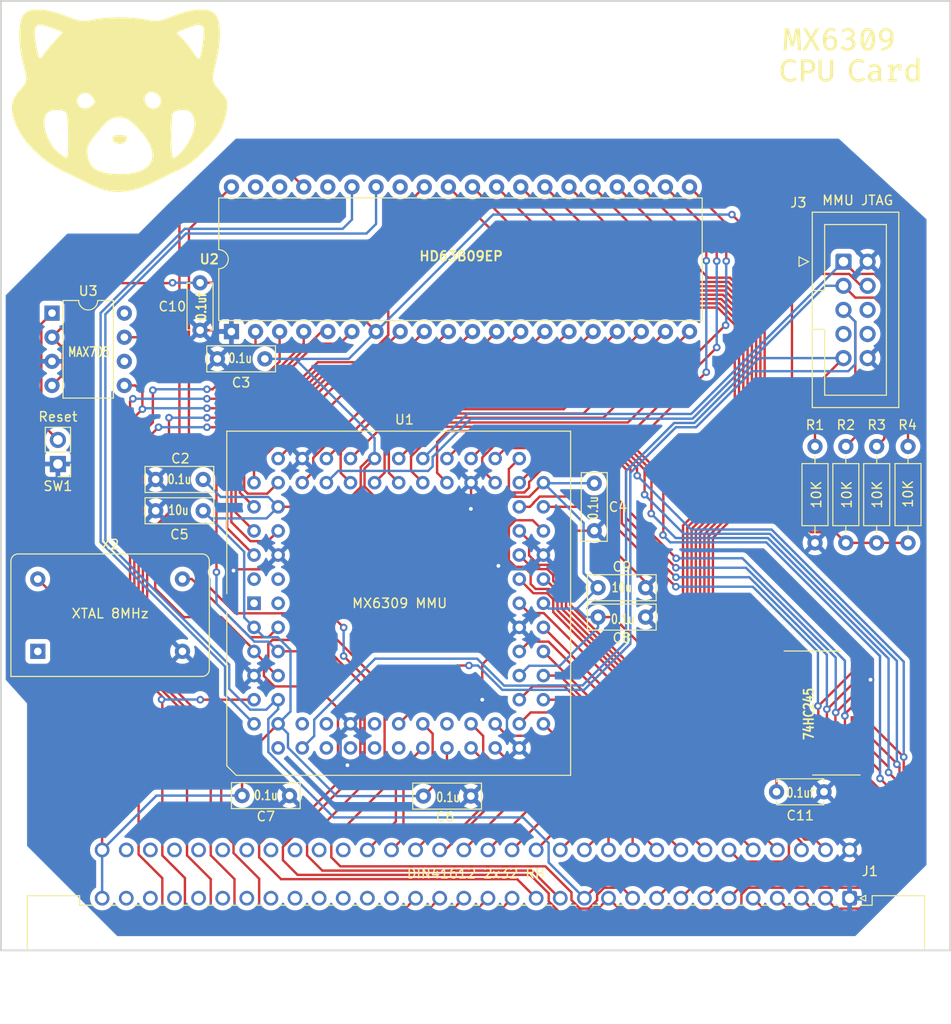
<source format=kicad_pcb>
(kicad_pcb (version 20221018) (generator pcbnew)

  (general
    (thickness 1.6)
  )

  (paper "A4")
  (layers
    (0 "F.Cu" signal)
    (31 "B.Cu" signal)
    (32 "B.Adhes" user "B.Adhesive")
    (33 "F.Adhes" user "F.Adhesive")
    (34 "B.Paste" user)
    (35 "F.Paste" user)
    (36 "B.SilkS" user "B.Silkscreen")
    (37 "F.SilkS" user "F.Silkscreen")
    (38 "B.Mask" user)
    (39 "F.Mask" user)
    (40 "Dwgs.User" user "User.Drawings")
    (41 "Cmts.User" user "User.Comments")
    (42 "Eco1.User" user "User.Eco1")
    (43 "Eco2.User" user "User.Eco2")
    (44 "Edge.Cuts" user)
    (45 "Margin" user)
    (46 "B.CrtYd" user "B.Courtyard")
    (47 "F.CrtYd" user "F.Courtyard")
    (48 "B.Fab" user)
    (49 "F.Fab" user)
    (50 "User.1" user)
    (51 "User.2" user)
    (52 "User.3" user)
    (53 "User.4" user)
    (54 "User.5" user)
    (55 "User.6" user)
    (56 "User.7" user)
    (57 "User.8" user)
    (58 "User.9" user)
  )

  (setup
    (stackup
      (layer "F.SilkS" (type "Top Silk Screen"))
      (layer "F.Paste" (type "Top Solder Paste"))
      (layer "F.Mask" (type "Top Solder Mask") (thickness 0.01))
      (layer "F.Cu" (type "copper") (thickness 0.035))
      (layer "dielectric 1" (type "core") (thickness 1.51) (material "FR4") (epsilon_r 4.5) (loss_tangent 0.02))
      (layer "B.Cu" (type "copper") (thickness 0.035))
      (layer "B.Mask" (type "Bottom Solder Mask") (thickness 0.01))
      (layer "B.Paste" (type "Bottom Solder Paste"))
      (layer "B.SilkS" (type "Bottom Silk Screen"))
      (copper_finish "None")
      (dielectric_constraints no)
    )
    (pad_to_mask_clearance 0)
    (pcbplotparams
      (layerselection 0x00010fc_ffffffff)
      (plot_on_all_layers_selection 0x0000000_00000000)
      (disableapertmacros false)
      (usegerberextensions false)
      (usegerberattributes true)
      (usegerberadvancedattributes true)
      (creategerberjobfile true)
      (dashed_line_dash_ratio 12.000000)
      (dashed_line_gap_ratio 3.000000)
      (svgprecision 4)
      (plotframeref false)
      (viasonmask false)
      (mode 1)
      (useauxorigin false)
      (hpglpennumber 1)
      (hpglpenspeed 20)
      (hpglpendiameter 15.000000)
      (dxfpolygonmode true)
      (dxfimperialunits true)
      (dxfusepcbnewfont true)
      (psnegative false)
      (psa4output false)
      (plotreference true)
      (plotvalue true)
      (plotinvisibletext false)
      (sketchpadsonfab false)
      (subtractmaskfromsilk false)
      (outputformat 1)
      (mirror false)
      (drillshape 0)
      (scaleselection 1)
      (outputdirectory "../../output/cpu/")
    )
  )

  (net 0 "")
  (net 1 "VCC")
  (net 2 "GND")
  (net 3 "unconnected-(U1-GCLR1-Pad1)")
  (net 4 "unconnected-(U1-GCLK2-Pad2)")
  (net 5 "~{RES}")
  (net 6 "R{slash}~{W}")
  (net 7 "IOSEL")
  (net 8 "~{FIRQ}")
  (net 9 "CLK^{E}")
  (net 10 "CLK^{Q}")
  (net 11 "unconnected-(U1-NC-Pad12)")
  (net 12 "unconnected-(U1-NC-Pad15)")
  (net 13 "unconnected-(U1-NC-Pad16)")
  (net 14 "unconnected-(U1-NC-Pad17)")
  (net 15 "unconnected-(U1-NC-Pad18)")
  (net 16 "unconnected-(U1-NC-Pad20)")
  (net 17 "unconnected-(U1-NC-Pad21)")
  (net 18 "unconnected-(U1-NC-Pad22)")
  (net 19 "unconnected-(U1-NC-Pad27)")
  (net 20 "CLK^{MMU}")
  (net 21 "unconnected-(U1-GOE1-Pad84)")
  (net 22 "~{NMI}")
  (net 23 "~{IRQ}")
  (net 24 "B^{STAT}")
  (net 25 "B^{AVAIL}")
  (net 26 "unconnected-(U2-BUSY-Pad33)")
  (net 27 "unconnected-(U2-AVMA-Pad36)")
  (net 28 "unconnected-(U2-LIC-Pad38)")
  (net 29 "unconnected-(U2-TSC-Pad39)")
  (net 30 "~{HALT}")
  (net 31 "unconnected-(X2-EN-Pad1)")
  (net 32 "unconnected-(J1-Pad22)")
  (net 33 "unconnected-(J1-Pad23)")
  (net 34 "unconnected-(J1-Pad24)")
  (net 35 "unconnected-(J1-Pad25)")
  (net 36 "unconnected-(J1-Pad26)")
  (net 37 "unconnected-(J1-Pad27)")
  (net 38 "unconnected-(J1-Pad28)")
  (net 39 "unconnected-(J1-Pad29)")
  (net 40 "unconnected-(J1-Pad30)")
  (net 41 "unconnected-(J1-Pad31)")
  (net 42 "unconnected-(J1-Pad34)")
  (net 43 "unconnected-(J1-Pad35)")
  (net 44 "unconnected-(J1-i^{2}C^{SDA}-Pad36)")
  (net 45 "unconnected-(J1-i^{2}C^{SCL}-Pad37)")
  (net 46 "unconnected-(J1-SPI^{~{CS}A2}-Pad38)")
  (net 47 "unconnected-(J1-SPI^{~{CS}A1}-Pad39)")
  (net 48 "unconnected-(J1-SPI^{~{CS}A0}-Pad40)")
  (net 49 "unconnected-(J1-SPI^{CLK}-Pad41)")
  (net 50 "unconnected-(J1-SPI^{MISO}-Pad42)")
  (net 51 "unconnected-(J1-SPI^{MOSI}-Pad43)")
  (net 52 "unconnected-(J1-CON^{TX}-Pad44)")
  (net 53 "unconnected-(J1-CON^{RX}-Pad45)")
  (net 54 "/JTAG.TDI")
  (net 55 "/JTAG.TDO")
  (net 56 "DATA^{BUS}0")
  (net 57 "DATA^{BUS}1")
  (net 58 "DATA^{BUS}2")
  (net 59 "DATA^{BUS}3")
  (net 60 "DATA^{BUS}4")
  (net 61 "DATA^{BUS}5")
  (net 62 "DATA^{BUS}6")
  (net 63 "DATA^{BUS}7")
  (net 64 "ADDR^{BUS}19")
  (net 65 "ADDR^{BUS}18")
  (net 66 "ADDR^{BUS}17")
  (net 67 "ADDR^{BUS}16")
  (net 68 "ADDR^{BUS}15")
  (net 69 "ADDR^{BUS}14")
  (net 70 "ADDR^{BUS}13")
  (net 71 "ADDR^{BUS}12")
  (net 72 "ADDR^{BUS}11")
  (net 73 "ADDR^{BUS}10")
  (net 74 "ADDR^{BUS}9")
  (net 75 "ADDR^{BUS}8")
  (net 76 "ADDR^{BUS}7")
  (net 77 "ADDR^{BUS}6")
  (net 78 "ADDR^{BUS}5")
  (net 79 "ADDR^{BUS}4")
  (net 80 "ADDR^{BUS}3")
  (net 81 "ADDR^{BUS}2")
  (net 82 "ADDR^{BUS}1")
  (net 83 "ADDR^{BUS}0")
  (net 84 "/JTAG.TMS")
  (net 85 "/JTAG.TCK")
  (net 86 "ADDR^{MPU}15")
  (net 87 "ADDR^{MPU}14")
  (net 88 "ADDR^{MPU}13")
  (net 89 "ADDR^{MPU}12")
  (net 90 "ADDR^{MPU}11")
  (net 91 "ADDR^{MPU}10")
  (net 92 "ADDR^{MPU}9")
  (net 93 "ADDR^{MPU}8")
  (net 94 "ADDR^{MPU}7")
  (net 95 "ADDR^{MPU}6")
  (net 96 "ADDR^{MPU}5")
  (net 97 "ADDR^{MPU}4")
  (net 98 "ADDR^{MPU}3")
  (net 99 "ADDR^{MPU}2")
  (net 100 "ADDR^{MPU}1")
  (net 101 "ADDR^{MPU}0")
  (net 102 "DATA^{MPU}7")
  (net 103 "DATA^{MPU}6")
  (net 104 "DATA^{MPU}5")
  (net 105 "DATA^{MPU}4")
  (net 106 "DATA^{MPU}3")
  (net 107 "DATA^{MPU}2")
  (net 108 "DATA^{MPU}1")
  (net 109 "DATA^{MPU}0")
  (net 110 "unconnected-(U1-GLCK1-Pad83)")
  (net 111 "Net-(U3-~{MR})")
  (net 112 "unconnected-(U3-WDI-Pad6)")
  (net 113 "unconnected-(U3-~{WDO}-Pad8)")
  (net 114 "unconnected-(J3-NC-Pad6)")
  (net 115 "unconnected-(J3-NC-Pad7)")
  (net 116 "unconnected-(J3-NC-Pad8)")

  (footprint "Connector_PinHeader_2.54mm:PinHeader_1x02_P2.54mm_Vertical" (layer "F.Cu") (at 63.5 114.775 180))

  (footprint "Package_LCC:PLCC-84_THT-Socket" (layer "F.Cu") (at 84.16 129.44 90))

  (footprint "Package_SO:SO-20_12.8x7.5mm_P1.27mm" (layer "F.Cu") (at 143 141 180))

  (footprint "Capacitor_THT:C_Disc_D7.0mm_W2.5mm_P5.00mm" (layer "F.Cu") (at 102 149.75))

  (footprint "Capacitor_THT:C_Disc_D7.0mm_W2.5mm_P5.00mm" (layer "F.Cu") (at 78.8 119.7 180))

  (footprint "Package_DIP:DIP-8_W7.62mm" (layer "F.Cu") (at 62.88 98.88))

  (footprint "Capacitor_THT:C_Disc_D4.7mm_W2.5mm_P5.00mm" (layer "F.Cu") (at 78.475 100.685 90))

  (footprint "card_bus:DIN41612_R_2x32_Male_Horizontal_THT" (layer "F.Cu") (at 106.258254 119.325903 -90))

  (footprint "Capacitor_THT:C_Disc_D7.0mm_W2.5mm_P5.00mm" (layer "F.Cu") (at 85.3 103.7 180))

  (footprint "Capacitor_THT:C_Disc_D7.0mm_W2.5mm_P5.00mm" (layer "F.Cu") (at 78.8 116.4 180))

  (footprint "Connector_IDC:IDC-Header_2x05_P2.54mm_Vertical" (layer "F.Cu") (at 146.25 93.46))

  (footprint "Capacitor_THT:C_Disc_D7.0mm_W2.5mm_P5.00mm" (layer "F.Cu") (at 82.9 149.7))

  (footprint "Package_DIP:DIP-40_W15.24mm" (layer "F.Cu") (at 81.775 100.825 90))

  (footprint "Capacitor_THT:C_Disc_D4.7mm_W2.5mm_P5.00mm" (layer "F.Cu") (at 144.2 149.3 180))

  (footprint "Oscillator:Oscillator_DIP-14" (layer "F.Cu") (at 61.38 134.51))

  (footprint "Capacitor_THT:C_Disc_D7.0mm_W2.5mm_P5.00mm" (layer "F.Cu") (at 120.4 127.8))

  (footprint "Resistor_THT:R_Axial_DIN0207_L6.3mm_D2.5mm_P10.16mm_Horizontal" (layer "F.Cu") (at 149.75 123.08 90))

  (footprint "Resistor_THT:R_Axial_DIN0207_L6.3mm_D2.5mm_P10.16mm_Horizontal" (layer "F.Cu") (at 153.05 123.08 90))

  (footprint "Resistor_THT:R_Axial_DIN0207_L6.3mm_D2.5mm_P10.16mm_Horizontal" (layer "F.Cu") (at 146.5 123.08 90))

  (footprint "Capacitor_THT:C_Disc_D7.0mm_W2.5mm_P5.00mm" (layer "F.Cu") (at 120 116.8 -90))

  (footprint "Capacitor_THT:C_Disc_D7.0mm_W2.5mm_P5.00mm" (layer "F.Cu") (at 120.4 130.9))

  (footprint "Resistor_THT:R_Axial_DIN0207_L6.3mm_D2.5mm_P10.16mm_Horizontal" (layer "F.Cu") (at 143.25 123.08 90))

  (gr_poly
    (pts
      (xy 148.838335 68.867949)
      (xy 148.854326 68.868646)
      (xy 148.870287 68.869706)
      (xy 148.886212 68.871127)
      (xy 148.902095 68.872908)
      (xy 148.917928 68.875049)
      (xy 148.933708 68.877548)
      (xy 148.949426 68.880404)
      (xy 148.965078 68.883616)
      (xy 148.980656 68.887183)
      (xy 148.996156 68.891104)
      (xy 149.01157 68.895378)
      (xy 149.026894 68.900005)
      (xy 149.04212 68.904982)
      (xy 149.057242 68.910309)
      (xy 149.078898 68.918996)
      (xy 149.100079 68.928486)
      (xy 149.120783 68.93878)
      (xy 149.141011 68.949877)
      (xy 149.160764 68.961778)
      (xy 149.180041 68.974482)
      (xy 149.198841 68.98799)
      (xy 149.217166 69.002302)
      (xy 149.235015 69.017417)
      (xy 149.252388 69.033335)
      (xy 149.269285 69.050058)
      (xy 149.285706 69.067584)
      (xy 149.301651 69.085913)
      (xy 149.31712 69.105046)
      (xy 149.332113 69.124983)
      (xy 149.34663 69.145723)
      (xy 149.350959 69.152209)
      (xy 149.355225 69.158736)
      (xy 149.359426 69.165305)
      (xy 149.363563 69.171916)
      (xy 149.381795 69.203235)
      (xy 149.398945 69.235122)
      (xy 149.415003 69.267552)
      (xy 149.429954 69.300494)
      (xy 149.443788 69.333922)
      (xy 149.456491 69.367806)
      (xy 149.468052 69.402118)
      (xy 149.478458 69.43683)
      (xy 149.495583 69.50076)
      (xy 149.510444 69.567832)
      (xy 149.523042 69.638046)
      (xy 149.533376 69.711402)
      (xy 149.541447 69.787901)
      (xy 149.547254 69.867542)
      (xy 149.550798 69.950325)
      (xy 149.552079 70.036251)
      (xy 149.552079 70.041735)
      (xy 149.55195 70.082466)
      (xy 149.551217 70.123183)
      (xy 149.549881 70.163881)
      (xy 149.547941 70.204553)
      (xy 149.545397 70.245191)
      (xy 149.542252 70.28579)
      (xy 149.538504 70.326342)
      (xy 149.534154 70.36684)
      (xy 149.528774 70.408378)
      (xy 149.522691 70.448938)
      (xy 149.515903 70.488518)
      (xy 149.508411 70.52712)
      (xy 149.500214 70.564743)
      (xy 149.491313 70.601387)
      (xy 149.481708 70.637053)
      (xy 149.471398 70.67174)
      (xy 149.460384 70.705448)
      (xy 149.448665 70.738177)
      (xy 149.436242 70.769927)
      (xy 149.423115 70.800699)
      (xy 149.409284 70.830492)
      (xy 149.394748 70.859307)
      (xy 149.379508 70.887142)
      (xy 149.363563 70.913999)
      (xy 149.354239 70.929142)
      (xy 149.344517 70.944004)
      (xy 149.334403 70.958578)
      (xy 149.323903 70.972857)
      (xy 149.313025 70.986832)
      (xy 149.301776 71.000498)
      (xy 149.290162 71.013847)
      (xy 149.27819 71.026871)
      (xy 149.265867 71.039564)
      (xy 149.2532 71.051918)
      (xy 149.240195 71.063926)
      (xy 149.22686 71.075581)
      (xy 149.213202 71.086875)
      (xy 149.199226 71.097801)
      (xy 149.18494 71.108352)
      (xy 149.170352 71.118521)
      (xy 149.151078 71.130704)
      (xy 149.13134 71.142101)
      (xy 149.111138 71.152712)
      (xy 149.090472 71.162537)
      (xy 149.069342 71.171576)
      (xy 149.047748 71.179829)
      (xy 149.02569 71.187296)
      (xy 149.003168 71.193977)
      (xy 148.980181 71.199872)
      (xy 148.956731 71.204981)
      (xy 148.932817 71.209304)
      (xy 148.908439 71.212841)
      (xy 148.883597 71.215592)
      (xy 148.85829 71.217557)
      (xy 148.83252 71.218736)
      (xy 148.806285 71.219129)
      (xy 148.763378 71.218057)
      (xy 148.72172 71.214838)
      (xy 148.681312 71.209474)
      (xy 148.642153 71.201964)
      (xy 148.604243 71.192309)
      (xy 148.567583 71.180508)
      (xy 148.549722 71.173803)
      (xy 148.532173 71.166562)
      (xy 148.514936 71.158784)
      (xy 148.498012 71.15047)
      (xy 148.4814 71.141619)
      (xy 148.465101 71.132232)
      (xy 148.449114 71.122309)
      (xy 148.433439 71.111849)
      (xy 148.418077 71.100852)
      (xy 148.403027 71.08932)
      (xy 148.388289 71.07725)
      (xy 148.373864 71.064645)
      (xy 148.345951 71.037825)
      (xy 148.319287 71.008859)
      (xy 148.293873 70.977747)
      (xy 148.269708 70.94449)
      (xy 148.264601 70.936952)
      (xy 148.25958 70.929358)
      (xy 148.254646 70.921706)
      (xy 148.2498 70.913998)
      (xy 148.231495 70.882599)
      (xy 148.214276 70.850626)
      (xy 148.198154 70.818109)
      (xy 148.183142 70.785077)
      (xy 148.169253 70.751557)
      (xy 148.156498 70.717578)
      (xy 148.146624 70.688309)
      (xy 148.387912 70.688309)
      (xy 148.490438 70.881786)
      (xy 148.506801 70.848648)
      (xy 148.512531 70.856518)
      (xy 148.517608 70.863081)
      (xy 148.522768 70.869476)
      (xy 148.528011 70.875703)
      (xy 148.533338 70.881761)
      (xy 148.538748 70.88765)
      (xy 148.544241 70.893371)
      (xy 148.549817 70.898924)
      (xy 148.555476 70.904308)
      (xy 148.561219 70.909524)
      (xy 148.567045 70.914571)
      (xy 148.572953 70.91945)
      (xy 148.578946 70.92416)
      (xy 148.585021 70.928702)
      (xy 148.591179 70.933076)
      (xy 148.597421 70.93728)
      (xy 148.603746 70.941317)
      (xy 148.611281 70.945806)
      (xy 148.618918 70.950099)
      (xy 148.626653 70.954194)
      (xy 148.634483 70.95809)
      (xy 148.642403 70.961786)
      (xy 148.65041 70.96528)
      (xy 148.658499 70.968571)
      (xy 148.666668 70.971658)
      (xy 148.674911 70.974538)
      (xy 148.683225 70.97721)
      (xy 148.691607 70.979674)
      (xy 148.700051 70.981928)
      (xy 148.708555 70.983969)
      (xy 148.717115 70.985798)
      (xy 148.725726 70.987412)
      (xy 148.734384 70.98881)
      (xy 148.743316 70.990105)
      (xy 148.752269 70.991224)
      (xy 148.761241 70.992167)
      (xy 148.770228 70.992934)
      (xy 148.779229 70.993524)
      (xy 148.78824 70.993937)
      (xy 148.79726 70.994174)
      (xy 148.806285 70.994234)
      (xy 148.823904 70.993853)
      (xy 148.841206 70.992709)
      (xy 148.858192 70.990804)
      (xy 148.874862 70.988136)
      (xy 148.891215 70.984706)
      (xy 148.907252 70.980514)
      (xy 148.922973 70.975559)
      (xy 148.938378 70.969842)
      (xy 148.953466 70.963363)
      (xy 148.968239 70.956122)
      (xy 148.982694 70.948119)
      (xy 148.996834 70.939353)
      (xy 149.010657 70.929825)
      (xy 149.024164 70.919535)
      (xy 149.037355 70.908483)
      (xy 149.05023 70.896668)
      (xy 149.062751 70.88403)
      (xy 149.074898 70.870507)
      (xy 149.086671 70.856098)
      (xy 149.09807 70.840804)
      (xy 149.109095 70.824625)
      (xy 149.119745 70.807561)
      (xy 149.130022 70.789611)
      (xy 149.139924 70.770776)
      (xy 149.149452 70.751056)
      (xy 149.158606 70.730451)
      (xy 149.167386 70.708961)
      (xy 149.175791 70.686585)
      (xy 149.183823 70.663324)
      (xy 149.19148 70.639178)
      (xy 149.198764 70.614147)
      (xy 149.205673 70.588231)
      (xy 149.210687 70.56749)
      (xy 149.215402 70.546682)
      (xy 149.219816 70.525811)
      (xy 149.223929 70.50488)
      (xy 149.22774 70.483892)
      (xy 149.231249 70.46285)
      (xy 149.234455 70.441758)
      (xy 149.237358 70.420618)
      (xy 149.24252 70.378857)
      (xy 149.246994 70.335496)
      (xy 149.25078 70.290535)
      (xy 149.253877 70.243975)
      (xy 149.256286 70.195814)
      (xy 149.258007 70.146054)
      (xy 149.25904 70.094694)
      (xy 149.259384 70.041734)
      (xy 149.259142 69.99155)
      (xy 149.258288 69.941436)
      (xy 149.256822 69.891377)
      (xy 149.254743 69.841361)
      (xy 149.251896 69.791306)
      (xy 149.248369 69.743091)
      (xy 149.244161 69.696738)
      (xy 149.239275 69.652267)
      (xy 149.236777 69.631978)
      (xy 149.234027 69.611724)
      (xy 149.231023 69.591507)
      (xy 149.227766 69.57133)
      (xy 149.224257 69.551195)
      (xy 149.220497 69.531106)
      (xy 149.216485 69.511063)
      (xy 149.212222 69.49107)
      (xy 149.206128 69.465267)
      (xy 149.200517 69.443794)
      (xy 148.506801 70.848648)
      (xy 148.505512 70.846877)
      (xy 148.49873 70.837073)
      (xy 148.492189 70.827112)
      (xy 148.485891 70.816997)
      (xy 148.479839 70.806733)
      (xy 148.474036 70.796325)
      (xy 148.468484 70.785776)
      (xy 148.463186 70.775092)
      (xy 148.459161 70.766666)
      (xy 148.455256 70.758185)
      (xy 148.451469 70.749652)
      (xy 148.447803 70.741067)
      (xy 148.444256 70.732431)
      (xy 148.440831 70.723747)
      (xy 148.437528 70.715014)
      (xy 148.434347 70.706235)
      (xy 148.430155 70.694156)
      (xy 148.426078 70.681798)
      (xy 148.422118 70.669161)
      (xy 148.418273 70.656245)
      (xy 148.414544 70.64305)
      (xy 148.413099 70.63766)
      (xy 148.387912 70.688309)
      (xy 148.146624 70.688309)
      (xy 148.14489 70.683169)
      (xy 148.134442 70.648357)
      (xy 148.11724 70.584242)
      (xy 148.102311 70.516978)
      (xy 148.089657 70.446566)
      (xy 148.079276 70.373003)
      (xy 148.071169 70.296291)
      (xy 148.065336 70.216428)
      (xy 148.061777 70.133414)
      (xy 148.060491 70.047249)
      (xy 148.06049 70.041734)
      (xy 148.35484 70.041734)
      (xy 148.355029 70.08727)
      (xy 148.355711 70.132761)
      (xy 148.356884 70.178215)
      (xy 148.35855 70.223639)
      (xy 148.360745 70.267464)
      (xy 148.363439 70.309906)
      (xy 148.36663 70.350951)
      (xy 148.370318 70.390587)
      (xy 148.372702 70.41297)
      (xy 148.375326 70.435325)
      (xy 148.378191 70.457651)
      (xy 148.381297 70.479946)
      (xy 148.38357 70.495279)
      (xy 148.386007 70.510586)
      (xy 148.388608 70.525864)
      (xy 148.391371 70.541113)
      (xy 148.394298 70.556331)
      (xy 148.397387 70.571517)
      (xy 148.400638 70.586671)
      (xy 148.404051 70.60179)
      (xy 148.407433 70.615822)
      (xy 148.410931 70.629576)
      (xy 148.413099 70.63766)
      (xy 149.109407 69.237409)
      (xy 149.111812 69.240679)
      (xy 149.122453 69.256608)
      (xy 149.132681 69.273434)
      (xy 149.142495 69.291159)
      (xy 149.151896 69.30978)
      (xy 149.160884 69.3293)
      (xy 149.169458 69.349717)
      (xy 149.177619 69.371032)
      (xy 149.185366 69.393244)
      (xy 149.1927 69.416354)
      (xy 149.199621 69.440362)
      (xy 149.200517 69.443794)
      (xy 149.214735 69.415002)
      (xy 149.141975 69.171916)
      (xy 149.109407 69.237409)
      (xy 149.100758 69.225647)
      (xy 149.08929 69.211514)
      (xy 149.077408 69.198277)
      (xy 149.065114 69.185939)
      (xy 149.055103 69.176853)
      (xy 149.04477 69.168194)
      (xy 149.034127 69.159969)
      (xy 149.02319 69.152185)
      (xy 149.011972 69.144848)
      (xy 149.000488 69.137966)
      (xy 148.98875 69.131544)
      (xy 148.976775 69.125589)
      (xy 148.964575 69.120109)
      (xy 148.952165 69.11511)
      (xy 148.939559 69.110598)
      (xy 148.926772 69.10658)
      (xy 148.913816 69.103063)
      (xy 148.900707 69.100053)
      (xy 148.887458 69.097558)
      (xy 148.874084 69.095584)
      (xy 148.865654 69.094462)
      (xy 148.857206 69.093492)
      (xy 148.848744 69.092675)
      (xy 148.84027 69.092011)
      (xy 148.831784 69.0915)
      (xy 148.82329 69.091143)
      (xy 148.81479 69.090938)
      (xy 148.806285 69.090887)
      (xy 148.786638 69.091277)
      (xy 148.767164 69.092799)
      (xy 148.747908 69.095432)
      (xy 148.728912 69.099156)
      (xy 148.710221 69.103949)
      (xy 148.691877 69.10979)
      (xy 148.673924 69.11666)
      (xy 148.656405 69.124535)
      (xy 148.639363 69.133397)
      (xy 148.622842 69.143222)
      (xy 148.606884 69.153992)
      (xy 148.591534 69.165684)
      (xy 148.576834 69.178278)
      (xy 148.562828 69.191753)
      (xy 148.549559 69.206087)
      (xy 148.537071 69.221261)
      (xy 148.528405 69.232082)
      (xy 148.520011 69.243109)
      (xy 148.511893 69.254334)
      (xy 148.504053 69.265754)
      (xy 148.496496 69.277363)
      (xy 148.489226 69.289155)
      (xy 148.482244 69.301126)
      (xy 148.475556 69.31327)
      (xy 148.460938 69.342183)
      (xy 148.447263 69.373313)
      (xy 148.434531 69.406657)
      (xy 148.422743 69.442217)
      (xy 148.411897 69.479992)
      (xy 148.401994 69.519983)
      (xy 148.393035 69.562189)
      (xy 148.385019 69.60661)
      (xy 148.377946 69.653246)
      (xy 148.371815 69.702099)
      (xy 148.366629 69.753166)
      (xy 148.362385 69.806449)
      (xy 148.359084 69.861947)
      (xy 148.356726 69.91966)
      (xy 148.355311 69.979589)
      (xy 148.35484 70.041734)
      (xy 148.06049 70.041734)
      (xy 148.061675 69.953906)
      (xy 148.065228 69.869349)
      (xy 148.07115 69.788062)
      (xy 148.079441 69.710045)
      (xy 148.090101 69.635298)
      (xy 148.103129 69.563822)
      (xy 148.110532 69.52931)
      (xy 148.118527 69.495615)
      (xy 148.127114 69.462738)
      (xy 148.136293 69.430678)
      (xy 148.146681 69.396774)
      (xy 148.158181 69.363261)
      (xy 148.170781 69.330167)
      (xy 148.184469 69.297518)
      (xy 148.199234 69.265342)
      (xy 148.215062 69.233665)
      (xy 148.231944 69.202514)
      (xy 148.249866 69.171916)
      (xy 148.274224 69.135071)
      (xy 148.299972 69.100602)
      (xy 148.327108 69.068511)
      (xy 148.355633 69.038797)
      (xy 148.385548 69.011461)
      (xy 148.416852 68.986501)
      (xy 148.449544 68.963918)
      (xy 148.483626 68.943713)
      (xy 148.519097 68.925884)
      (xy 148.555957 68.910433)
      (xy 148.594206 68.897359)
      (xy 148.633844 68.886662)
      (xy 148.674871 68.878342)
      (xy 148.717287 68.872399)
      (xy 148.761092 68.868834)
      (xy 148.806286 68.867645)
      (xy 148.82232 68.867615)
    )

    (stroke (width 0.05) (type solid)) (fill solid) (layer "F.SilkS") (tstamp 038bc930-3980-42e6-888d-aca34dee336b))
  (gr_poly
    (pts
      (xy 70.125361 80.128408)
      (xy 70.232163 80.132355)
      (xy 70.281412 80.135391)
      (xy 70.327958 80.139169)
      (xy 70.371849 80.143713)
      (xy 70.413134 80.149046)
      (xy 70.451861 80.155193)
      (xy 70.488078 80.162178)
      (xy 70.521834 80.170026)
      (xy 70.553177 80.17876)
      (xy 70.582156 80.188405)
      (xy 70.60882 80.198984)
      (xy 70.633216 80.210524)
      (xy 70.655393 80.223046)
      (xy 70.6754 80.236577)
      (xy 70.693285 80.251139)
      (xy 70.709096 80.266757)
      (xy 70.722883 80.283456)
      (xy 70.734692 80.301259)
      (xy 70.744574 80.320191)
      (xy 70.752576 80.340277)
      (xy 70.758746 80.361539)
      (xy 70.763134 80.384003)
      (xy 70.765787 80.407693)
      (xy 70.766754 80.432632)
      (xy 70.766084 80.458846)
      (xy 70.763825 80.486358)
      (xy 70.760025 80.515193)
      (xy 70.754733 80.545374)
      (xy 70.747997 80.576927)
      (xy 70.734735 80.634598)
      (xy 70.715079 80.688548)
      (xy 70.689454 80.738777)
      (xy 70.658287 80.785286)
      (xy 70.622003 80.828074)
      (xy 70.58103 80.867141)
      (xy 70.535794 80.902488)
      (xy 70.486721 80.934114)
      (xy 70.434237 80.962019)
      (xy 70.378769 80.986204)
      (xy 70.320743 81.006668)
      (xy 70.260585 81.023411)
      (xy 70.198722 81.036433)
      (xy 70.135579 81.045735)
      (xy 70.071585 81.051316)
      (xy 70.007164 81.053177)
      (xy 69.942742 81.051316)
      (xy 69.878748 81.045735)
      (xy 69.815606 81.036433)
      (xy 69.753742 81.023411)
      (xy 69.693585 81.006668)
      (xy 69.635558 80.986204)
      (xy 69.58009 80.962019)
      (xy 69.527606 80.934114)
      (xy 69.478533 80.902488)
      (xy 69.433297 80.867141)
      (xy 69.392324 80.828074)
      (xy 69.356041 80.785286)
      (xy 69.324873 80.738777)
      (xy 69.299248 80.688548)
      (xy 69.279592 80.634598)
      (xy 69.26633 80.576927)
      (xy 69.254303 80.515193)
      (xy 69.248244 80.458846)
      (xy 69.247573 80.432632)
      (xy 69.248541 80.407693)
      (xy 69.251194 80.384003)
      (xy 69.255582 80.361539)
      (xy 69.261752 80.340277)
      (xy 69.269754 80.320191)
      (xy 69.279635 80.301259)
      (xy 69.291445 80.283456)
      (xy 69.305231 80.266757)
      (xy 69.321043 80.251139)
      (xy 69.338928 80.236577)
      (xy 69.358934 80.223046)
      (xy 69.381112 80.210524)
      (xy 69.405508 80.198984)
      (xy 69.432171 80.188405)
      (xy 69.46115 80.17876)
      (xy 69.52625 80.162178)
      (xy 69.601193 80.149046)
      (xy 69.686369 80.139169)
      (xy 69.782164 80.132355)
      (xy 69.888967 80.128408)
      (xy 70.007164 80.127135)
    )

    (stroke (width 0) (type solid)) (fill solid) (layer "F.SilkS") (tstamp 08fefe7a-6a59-488a-b29f-f9bd4926a601))
  (gr_poly
    (pts
      (xy 154.228288 72.020539)
      (xy 154.228288 74.462973)
      (xy 153.985203 74.462973)
      (xy 153.958745 74.233116)
      (xy 153.947908 74.248307)
      (xy 153.936693 74.263208)
      (xy 153.925104 74.277814)
      (xy 153.913148 74.292116)
      (xy 153.900832 74.306109)
      (xy 153.88816 74.319785)
      (xy 153.875139 74.333138)
      (xy 153.861774 74.34616)
      (xy 153.854618 74.352842)
      (xy 153.847349 74.359393)
      (xy 153.839968 74.365811)
      (xy 153.832477 74.372094)
      (xy 153.824878 74.378241)
      (xy 153.817173 74.384251)
      (xy 153.809364 74.390123)
      (xy 153.801452 74.395855)
      (xy 153.793441 74.401445)
      (xy 153.78533 74.406893)
      (xy 153.777124 74.412198)
      (xy 153.768822 74.417357)
      (xy 153.760428 74.422369)
      (xy 153.751943 74.427234)
      (xy 153.743368 74.43195)
      (xy 153.734707 74.436515)
      (xy 153.718822 74.444324)
      (xy 153.702802 74.45163)
      (xy 153.686647 74.458432)
      (xy 153.670356 74.46473)
      (xy 153.65393 74.470525)
      (xy 153.637368 74.475815)
      (xy 153.620671 74.480602)
      (xy 153.603839 74.484884)
      (xy 153.586871 74.488663)
      (xy 153.569767 74.491938)
      (xy 153.552529 74.494709)
      (xy 153.535154 74.496977)
      (xy 153.517645 74.49874)
      (xy 153.5 74.5)
      (xy 153.48222 74.500755)
      (xy 153.464304 74.501007)
      (xy 153.443129 74.500855)
      (xy 153.421979 74.500095)
      (xy 153.40087 74.498731)
      (xy 153.379812 74.496763)
      (xy 153.358819 74.494193)
      (xy 153.337904 74.491022)
      (xy 153.31708 74.487252)
      (xy 153.29636 74.482883)
      (xy 153.282397 74.479576)
      (xy 153.268547 74.475894)
      (xy 153.254817 74.471841)
      (xy 153.241216 74.46742)
      (xy 153.227749 74.462635)
      (xy 153.214425 74.457489)
      (xy 153.20125 74.451985)
      (xy 153.188231 74.446126)
      (xy 153.175377 74.439917)
      (xy 153.162693 74.43336)
      (xy 153.150187 74.426459)
      (xy 153.137866 74.419217)
      (xy 153.125738 74.411637)
      (xy 153.11381 74.403723)
      (xy 153.102088 74.395478)
      (xy 153.090581 74.386905)
      (xy 153.077506 74.376357)
      (xy 153.064737 74.365475)
      (xy 153.052279 74.354265)
      (xy 153.040138 74.342734)
      (xy 153.028319 74.33089)
      (xy 153.016828 74.31874)
      (xy 153.005671 74.30629)
      (xy 152.994855 74.293548)
      (xy 152.984383 74.28052)
      (xy 152.974263 74.267214)
      (xy 152.964501 74.253636)
      (xy 152.955101 74.239794)
      (xy 152.94607 74.225694)
      (xy 152.937413 74.211344)
      (xy 152.929137 74.19675)
      (xy 152.921246 74.18192)
      (xy 152.914199 74.168173)
      (xy 152.907414 74.1543)
      (xy 152.900893 74.140304)
      (xy 152.894637 74.126189)
      (xy 152.888648 74.111958)
      (xy 152.882927 74.097616)
      (xy 152.877477 74.083166)
      (xy 152.872299 74.068612)
      (xy 152.863125 74.040724)
      (xy 152.854625 74.012636)
      (xy 152.846801 73.984361)
      (xy 152.839657 73.955911)
      (xy 152.833194 73.927298)
      (xy 152.827416 73.898536)
      (xy 152.822327 73.869634)
      (xy 152.817928 73.840608)
      (xy 152.814238 73.813393)
      (xy 152.811007 73.785756)
      (xy 152.808235 73.757698)
      (xy 152.805921 73.729218)
      (xy 152.804067 73.700316)
      (xy 152.802672 73.670993)
      (xy 152.801735 73.641248)
      (xy 152.801258 73.611081)
      (xy 152.801209 73.602943)
      (xy 152.801192 73.594811)
      (xy 152.801192 73.59481)
      (xy 153.103808 73.59481)
      (xy 153.103867 73.614642)
      (xy 153.104151 73.634469)
      (xy 153.104659 73.65429)
      (xy 153.10539 73.674103)
      (xy 153.106346 73.693905)
      (xy 153.107526 73.713697)
      (xy 153.108929 73.733474)
      (xy 153.110556 73.753236)
      (xy 153.112424 73.772358)
      (xy 153.11452 73.791133)
      (xy 153.116847 73.809562)
      (xy 153.119403 73.827644)
      (xy 153.122188 73.845378)
      (xy 153.125203 73.862766)
      (xy 153.128448 73.879807)
      (xy 153.131922 73.8965)
      (xy 153.134024 73.906014)
      (xy 153.136234 73.915502)
      (xy 153.138553 73.924963)
      (xy 153.14098 73.934398)
      (xy 153.143515 73.943803)
      (xy 153.146158 73.95318)
      (xy 153.148907 73.962526)
      (xy 153.151765 73.97184)
      (xy 153.156752 73.987089)
      (xy 153.161973 74.001946)
      (xy 153.167428 74.016411)
      (xy 153.173117 74.030483)
      (xy 153.179041 74.044163)
      (xy 153.185198 74.057451)
      (xy 153.19159 74.070346)
      (xy 153.198216 74.08285)
      (xy 153.205075 74.094961)
      (xy 153.212169 74.10668)
      (xy 153.219497 74.118006)
      (xy 153.22706 74.128941)
      (xy 153.234856 74.139483)
      (xy 153.242886 74.149633)
      (xy 153.251151 74.159391)
      (xy 153.259649 74.168757)
      (xy 153.263609 74.17291)
      (xy 153.267638 74.176995)
      (xy 153.271733 74.181012)
      (xy 153.275894 74.18496)
      (xy 153.280121 74.188838)
      (xy 153.284412 74.192645)
      (xy 153.288767 74.19638)
      (xy 153.293184 74.200043)
      (xy 153.305024 74.209255)
      (xy 153.317193 74.217872)
      (xy 153.329692 74.225895)
      (xy 153.342521 74.233323)
      (xy 153.355679 74.240157)
      (xy 153.369167 74.246397)
      (xy 153.382985 74.252043)
      (xy 153.397133 74.257094)
      (xy 153.41161 74.261551)
      (xy 153.426417 74.265414)
      (xy 153.441553 74.268683)
      (xy 153.45702 74.271357)
      (xy 153.472816 74.273437)
      (xy 153.488941 74.274923)
      (xy 153.505396 74.275814)
      (xy 153.522181 74.276111)
      (xy 153.539187 74.275931)
      (xy 153.556153 74.27509)
      (xy 153.57306 74.273591)
      (xy 153.589891 74.271438)
      (xy 153.606625 74.268633)
      (xy 153.623244 74.265179)
      (xy 153.639729 74.261078)
      (xy 153.65606 74.256334)
      (xy 153.664208 74.253632)
      (xy 153.672284 74.250745)
      (xy 153.680285 74.247674)
      (xy 153.688207 74.244421)
      (xy 153.696047 74.240988)
      (xy 153.703803 74.237376)
      (xy 153.711472 74.233586)
      (xy 153.71905 74.229621)
      (xy 153.726534 74.225482)
      (xy 153.733922 74.221171)
      (xy 153.74121 74.216689)
      (xy 153.748395 74.212038)
      (xy 153.755475 74.207219)
      (xy 153.762446 74.202235)
      (xy 153.769305 74.197086)
      (xy 153.776049 74.191775)
      (xy 153.787109 74.182818)
      (xy 153.798009 74.173678)
      (xy 153.808746 74.164356)
      (xy 153.819318 74.154856)
      (xy 153.829724 74.14518)
      (xy 153.83996 74.135329)
      (xy 153.850025 74.125306)
      (xy 153.859917 74.115114)
      (xy 153.869633 74.104754)
      (xy 153.879171 74.094228)
      (xy 153.88853 74.08354)
      (xy 153.897707 74.072691)
      (xy 153.906699 74.061684)
      (xy 153.915505 74.05052)
      (xy 153.924123 74.039203)
      (xy 153.93255 74.027734)
      (xy 153.937132 74.021271)
      (xy 153.941647 74.014762)
      (xy 153.946095 74.008208)
      (xy 153.950476 74.001607)
      (xy 153.950476 73.131789)
      (xy 153.945009 73.123695)
      (xy 153.939402 73.115703)
      (xy 153.933658 73.107815)
      (xy 153.927777 73.100033)
      (xy 153.921763 73.092358)
      (xy 153.915615 73.084792)
      (xy 153.909336 73.077337)
      (xy 153.902926 73.069994)
      (xy 153.896389 73.062766)
      (xy 153.889724 73.055653)
      (xy 153.882934 73.048658)
      (xy 153.87602 73.041782)
      (xy 153.868984 73.035027)
      (xy 153.861827 73.028394)
      (xy 153.85455 73.021886)
      (xy 153.847155 73.015504)
      (xy 153.839035 73.008841)
      (xy 153.830777 73.002355)
      (xy 153.822384 72.996049)
      (xy 153.813858 72.989924)
      (xy 153.805204 72.983983)
      (xy 153.796424 72.978228)
      (xy 153.78752 72.972661)
      (xy 153.778497 72.967284)
      (xy 153.76581 72.960171)
      (xy 153.752969 72.953517)
      (xy 153.739972 72.947322)
      (xy 153.726821 72.941586)
      (xy 153.713514 72.936309)
      (xy 153.700052 72.931491)
      (xy 153.686436 72.927131)
      (xy 153.672664 72.923231)
      (xy 153.658737 72.919789)
      (xy 153.644655 72.916806)
      (xy 153.630418 72.914282)
      (xy 153.616026 72.912217)
      (xy 153.601479 72.910611)
      (xy 153.586777 72.909464)
      (xy 153.57192 72.908776)
      (xy 153.556907 72.908546)
      (xy 153.54738 72.908535)
      (xy 153.537863 72.908727)
      (xy 153.528358 72.909122)
      (xy 153.518869 72.909719)
      (xy 153.499952 72.911519)
      (xy 153.481138 72.914123)
      (xy 153.462451 72.917526)
      (xy 153.443918 72.921725)
      (xy 153.434718 72.924121)
      (xy 153.425565 72.926714)
      (xy 153.416464 72.929505)
      (xy 153.407417 72.932491)
      (xy 153.393252 72.93791)
      (xy 153.379358 72.943878)
      (xy 153.365748 72.950385)
      (xy 153.352437 72.957419)
      (xy 153.339438 72.96497)
      (xy 153.326768 72.973025)
      (xy 153.314439 72.981574)
      (xy 153.302466 72.990605)
      (xy 153.290864 73.000108)
      (xy 153.279646 73.01007)
      (xy 153.268827 73.020481)
      (xy 153.258421 73.031329)
      (xy 153.248443 73.042604)
      (xy 153.238907 73.054293)
      (xy 153.229827 73.066386)
      (xy 153.221218 73.078872)
      (xy 153.210282 73.095835)
      (xy 153.199983 73.113169)
      (xy 153.190329 73.130855)
      (xy 153.181327 73.148874)
      (xy 153.172988 73.16721)
      (xy 153.16532 73.185843)
      (xy 153.158331 73.204756)
      (xy 153.15203 73.22393)
      (xy 153.146556 73.241655)
      (xy 153.141411 73.259872)
      (xy 153.136597 73.278581)
      (xy 153.132112 73.297781)
      (xy 153.127956 73.317474)
      (xy 153.124131 73.337659)
      (xy 153.117469 73.379505)
      (xy 153.112125 73.423318)
      (xy 153.108101 73.469099)
      (xy 153.105395 73.516848)
      (xy 153.104008 73.566565)
      (xy 153.103857 73.580688)
      (xy 153.103808 73.59481)
      (xy 152.801192 73.59481)
      (xy 152.801401 73.563728)
      (xy 152.802278 73.532666)
      (xy 152.80382 73.501637)
      (xy 152.806028 73.470652)
      (xy 152.808901 73.439721)
      (xy 152.812438 73.408856)
      (xy 152.816637 73.378066)
      (xy 152.821498 73.347363)
      (xy 152.826629 73.319273)
      (xy 152.83247 73.291337)
      (xy 152.839017 73.263567)
      (xy 152.846267 73.235978)
      (xy 152.854216 73.208582)
      (xy 152.86286 73.181393)
      (xy 152.872196 73.154424)
      (xy 152.88222 73.127688)
      (xy 152.89263 73.102292)
      (xy 152.903602 73.07758)
      (xy 152.915136 73.053554)
      (xy 152.927233 73.030214)
      (xy 152.939891 73.007558)
      (xy 152.953112 72.985588)
      (xy 152.966896 72.964303)
      (xy 152.981241 72.943703)
      (xy 152.996149 72.923788)
      (xy 153.011619 72.904559)
      (xy 153.027651 72.886015)
      (xy 153.044245 72.868156)
      (xy 153.061402 72.850982)
      (xy 153.079121 72.834494)
      (xy 153.097402 72.818691)
      (xy 153.116245 72.803573)
      (xy 153.132497 72.79155)
      (xy 153.14913 72.780141)
      (xy 153.166128 72.769354)
      (xy 153.183472 72.759195)
      (xy 153.201144 72.749671)
      (xy 153.219127 72.740789)
      (xy 153.237402 72.732556)
      (xy 153.255952 72.72498)
      (xy 153.27476 72.718066)
      (xy 153.293807 72.711822)
      (xy 153.313075 72.706254)
      (xy 153.332547 72.701371)
      (xy 153.352205 72.697177)
      (xy 153.372031 72.693682)
      (xy 153.392007 72.69089)
      (xy 153.412115 72.68881)
      (xy 153.421096 72.687981)
      (xy 153.430086 72.687264)
      (xy 153.439083 72.686658)
      (xy 153.448086 72.686164)
      (xy 153.457096 72.685782)
      (xy 153.466109 72.685511)
      (xy 153.475126 72.685352)
      (xy 153.484146 72.685304)
      (xy 153.500873 72.685414)
      (xy 153.517587 72.685903)
      (xy 153.534281 72.686769)
      (xy 153.550949 72.688013)
      (xy 153.567585 72.689633)
      (xy 153.584182 72.691629)
      (xy 153.600733 72.694001)
      (xy 153.617233 72.696747)
      (xy 153.634181 72.700034)
      (xy 153.651007 72.703842)
      (xy 153.667699 72.708167)
      (xy 153.684245 72.713006)
      (xy 153.700633 72.718355)
      (xy 153.716851 72.724211)
      (xy 153.732888 72.730569)
      (xy 153.748731 72.737427)
      (xy 153.762227 72.743854)
      (xy 153.77554 72.750615)
      (xy 153.788664 72.757705)
      (xy 153.801593 72.765121)
      (xy 153.814321 72.772858)
      (xy 153.826843 72.780911)
      (xy 153.839153 72.789277)
      (xy 153.851244 72.797951)
      (xy 153.863112 72.806928)
      (xy 153.87475 72.816206)
      (xy 153.886152 72.825778)
      (xy 153.897313 72.835642)
      (xy 153.908228 72.845792)
      (xy 153.918889 72.856225)
      (xy 153.929291 72.866936)
      (xy 153.939429 72.877921)
      (xy 153.94222 72.881004)
      (xy 153.944992 72.884105)
      (xy 153.947744 72.887222)
      (xy 153.950476 72.890355)
      (xy 153.950476 72.890356)
      (xy 153.950477 72.890356)
      (xy 153.950476 72.890355)
      (xy 153.950476 71.985812)
    )

    (stroke (width 0.05) (type solid)) (fill solid) (layer "F.SilkS") (tstamp 1b79f638-f568-4130-bfa9-00553dd21736))
  (gr_poly
    (pts
      (xy 143.928627 73.735369)
      (xy 143.928705 73.753273)
      (xy 143.929144 73.771165)
      (xy 143.929944 73.789041)
      (xy 143.931105 73.806896)
      (xy 143.932626 73.824723)
      (xy 143.934506 73.842517)
      (xy 143.936746 73.860273)
      (xy 143.939344 73.877985)
      (xy 143.942697 73.896854)
      (xy 143.946504 73.915234)
      (xy 143.950766 73.933125)
      (xy 143.955483 73.950526)
      (xy 143.960654 73.967437)
      (xy 143.966281 73.983858)
      (xy 143.972362 73.99979)
      (xy 143.978898 74.015232)
      (xy 143.982246 74.022698)
      (xy 143.985748 74.030086)
      (xy 143.989404 74.037393)
      (xy 143.993212 74.044616)
      (xy 143.99717 74.051754)
      (xy 144.001277 74.058805)
      (xy 144.005531 74.065765)
      (xy 144.009932 74.072633)
      (xy 144.014476 74.079406)
      (xy 144.019163 74.086082)
      (xy 144.023992 74.092659)
      (xy 144.028961 74.099135)
      (xy 144.034067 74.105507)
      (xy 144.039311 74.111772)
      (xy 144.04469 74.117929)
      (xy 144.050203 74.123976)
      (xy 144.065782 74.139595)
      (xy 144.082144 74.154207)
      (xy 144.099288 74.16781)
      (xy 144.117213 74.180407)
      (xy 144.13592 74.191995)
      (xy 144.155409 74.202576)
      (xy 144.17568 74.212149)
      (xy 144.196733 74.220714)
      (xy 144.218568 74.228272)
      (xy 144.241184 74.234822)
      (xy 144.264583 74.240364)
      (xy 144.288763 74.244899)
      (xy 144.313725 74.248426)
      (xy 144.339469 74.250945)
      (xy 144.365995 74.252457)
      (xy 144.393302 74.25296)
      (xy 144.417454 74.252574)
      (xy 144.440995 74.251413)
      (xy 144.463926 74.249479)
      (xy 144.486245 74.246772)
      (xy 144.507954 74.243291)
      (xy 144.529052 74.239036)
      (xy 144.549539 74.234007)
      (xy 144.569415 74.228205)
      (xy 144.588681 74.22163)
      (xy 144.607335 74.214281)
      (xy 144.625379 74.206158)
      (xy 144.642812 74.197261)
      (xy 144.659635 74.187591)
      (xy 144.675846 74.177148)
      (xy 144.691447 74.165931)
      (xy 144.706436 74.15394)
      (xy 144.710583 74.150396)
      (xy 144.714678 74.146793)
      (xy 144.718721 74.143132)
      (xy 144.722709 74.139414)
      (xy 144.726644 74.135638)
      (xy 144.730525 74.131807)
      (xy 144.73435 74.127919)
      (xy 144.73812 74.123976)
      (xy 144.745358 74.115898)
      (xy 144.752367 74.107639)
      (xy 144.759145 74.099203)
      (xy 144.765688 74.090597)
      (xy 144.771993 74.081824)
      (xy 144.778058 74.072891)
      (xy 144.78388 74.063802)
      (xy 144.789456 74.054561)
      (xy 144.794782 74.045175)
      (xy 144.799856 74.035648)
      (xy 144.804674 74.025985)
      (xy 144.809235 74.016191)
      (xy 144.813535 74.006272)
      (xy 144.81757 73.996232)
      (xy 144.821339 73.986076)
      (xy 144.824837 73.975809)
      (xy 144.829943 73.960131)
      (xy 144.834643 73.944018)
      (xy 144.838939 73.927471)
      (xy 144.842829 73.91049)
      (xy 144.846314 73.893075)
      (xy 144.849394 73.875226)
      (xy 144.852069 73.856943)
      (xy 144.854338 73.838226)
      (xy 144.855612 73.825407)
      (xy 144.85671 73.812573)
      (xy 144.857634 73.799726)
      (xy 144.858384 73.786869)
      (xy 144.858958 73.774003)
      (xy 144.859357 73.76113)
      (xy 144.859581 73.748251)
      (xy 144.85963 73.735369)
      (xy 144.85963 72.185903)
      (xy 145.149018 72.185903)
      (xy 145.149018 73.725447)
      (xy 145.148653 73.753966)
      (xy 145.147558 73.782059)
      (xy 145.145734 73.809725)
      (xy 145.14318 73.836965)
      (xy 145.139897 73.863779)
      (xy 145.135884 73.890166)
      (xy 145.131141 73.916127)
      (xy 145.125668 73.941662)
      (xy 145.119466 73.96677)
      (xy 145.112534 73.991452)
      (xy 145.104873 74.015707)
      (xy 145.096482 74.039537)
      (xy 145.087361 74.06294)
      (xy 145.07751 74.085916)
      (xy 145.06693 74.108467)
      (xy 145.05562 74.13059)
      (xy 145.043641 74.152198)
      (xy 145.031067 74.173198)
      (xy 145.017899 74.19359)
      (xy 145.004138 74.213376)
      (xy 144.989783 74.232554)
      (xy 144.974834 74.251126)
      (xy 144.959292 74.26909)
      (xy 144.943156 74.286447)
      (xy 144.926426 74.303196)
      (xy 144.909102 74.319339)
      (xy 144.891184 74.334874)
      (xy 144.872673 74.349802)
      (xy 144.853568 74.364123)
      (xy 144.833869 74.377836)
      (xy 144.813577 74.390943)
      (xy 144.792691 74.403442)
      (xy 144.771263 74.415256)
      (xy 144.749365 74.426309)
      (xy 144.726995 74.436599)
      (xy 144.704154 74.446127)
      (xy 144.680842 74.454892)
      (xy 144.657058 74.462896)
      (xy 144.632804 74.470137)
      (xy 144.608077 74.476616)
      (xy 144.58288 74.482333)
      (xy 144.557211 74.487287)
      (xy 144.531071 74.491479)
      (xy 144.50446 74.49491)
      (xy 144.477378 74.497577)
      (xy 144.449824 74.499483)
      (xy 144.421799 74.500626)
      (xy 144.393302 74.501007)
      (xy 144.364212 74.500623)
      (xy 144.335645 74.499471)
      (xy 144.307601 74.497549)
      (xy 144.280081 74.49486)
      (xy 144.253084 74.491402)
      (xy 144.226611 74.487176)
      (xy 144.200662 74.482181)
      (xy 144.175236 74.476418)
      (xy 144.150333 74.469886)
      (xy 144.125954 74.462586)
      (xy 144.102098 74.454517)
      (xy 144.078766 74.44568)
      (xy 144.055957 74.436075)
      (xy 144.033672 74.425701)
      (xy 144.011911 74.414559)
      (xy 143.990672 74.402648)
      (xy 143.969995 74.390045)
      (xy 143.949931 74.376841)
      (xy 143.930481 74.363037)
      (xy 143.911645 74.348632)
      (xy 143.893422 74.333627)
      (xy 143.875814 74.318021)
      (xy 143.85882 74.301815)
      (xy 143.84244 74.285008)
      (xy 143.826673 74.267601)
      (xy 143.811521 74.249593)
      (xy 143.796982 74.230985)
      (xy 143.783057 74.211776)
      (xy 143.769746 74.191967)
      (xy 143.757049 74.171558)
      (xy 143.744966 74.150548)
      (xy 143.733497 74.128937)
      (xy 143.725997 74.1136)
      (xy 143.718825 74.098121)
      (xy 143.711983 74.082506)
      (xy 143.705474 74.066759)
      (xy 143.699298 74.050887)
      (xy 143.693458 74.034894)
      (xy 143.687954 74.018786)
      (xy 143.682789 74.002568)
      (xy 143.677965 73.986245)
      (xy 143.673482 73.969824)
      (xy 143.669343 73.953308)
      (xy 143.665549 73.936705)
      (xy 143.662102 73.920018)
      (xy 143.659003 73.903254)
      (xy 143.656254 73.886417)
      (xy 143.653858 73.869513)
      (xy 143.651563 73.851592)
      (xy 143.649578 73.833638)
      (xy 143.647904 73.815655)
      (xy 143.646541 73.797647)
      (xy 143.645488 73.779619)
      (xy 143.644747 73.761573)
      (xy 143.644318 73.743515)
      (xy 143.644201 73.725448)
      (xy 143.6442 72.185903)
      (xy 143.928627 72.185903)
    )

    (stroke (width 0.05) (type solid)) (fill solid) (layer "F.SilkS") (tstamp 2b59bd60-6f47-4831-9209-ec7d13572e4a))
  (gr_poly
    (pts
      (xy 144.973659 68.867768)
      (xy 144.992361 68.868279)
      (xy 145.011044 68.869179)
      (xy 145.029703 68.870466)
      (xy 145.048331 68.872141)
      (xy 145.066922 68.874203)
      (xy 145.08547 68.876651)
      (xy 145.10397 68.879485)
      (xy 145.115877 68.881563)
      (xy 145.127746 68.883836)
      (xy 145.139575 68.886301)
      (xy 145.15136 68.88896)
      (xy 145.163101 68.891811)
      (xy 145.174795 68.894853)
      (xy 145.186438 68.898087)
      (xy 145.19803 68.901512)
      (xy 145.225496 68.910472)
      (xy 145.252496 68.920388)
      (xy 145.279032 68.931259)
      (xy 145.305103 68.943084)
      (xy 145.330709 68.955865)
      (xy 145.35585 68.969601)
      (xy 145.380525 68.984291)
      (xy 145.404736 68.999937)
      (xy 145.295595 69.188452)
      (xy 145.276023 69.176838)
      (xy 145.256168 69.165971)
      (xy 145.236029 69.155853)
      (xy 145.215608 69.146483)
      (xy 145.194903 69.137861)
      (xy 145.173915 69.129988)
      (xy 145.152644 69.122863)
      (xy 145.13109 69.116486)
      (xy 145.109262 69.110874)
      (xy 145.087202 69.10601)
      (xy 145.064911 69.101894)
      (xy 145.042389 69.098527)
      (xy 145.019634 69.095908)
      (xy 144.996649 69.094038)
      (xy 144.973432 69.092915)
      (xy 144.949983 69.092541)
      (xy 144.927459 69.093016)
      (xy 144.90536 69.09444)
      (xy 144.883689 69.096813)
      (xy 144.862443 69.100135)
      (xy 144.841624 69.104407)
      (xy 144.821231 69.109628)
      (xy 144.801264 69.115799)
      (xy 144.781724 69.122918)
      (xy 144.76261 69.130987)
      (xy 144.743923 69.140006)
      (xy 144.725662 69.149973)
      (xy 144.707827 69.16089)
      (xy 144.690418 69.172756)
      (xy 144.673436 69.185572)
      (xy 144.65688 69.199337)
      (xy 144.640751 69.214051)
      (xy 144.626653 69.228015)
      (xy 144.612951 69.242604)
      (xy 144.599645 69.257819)
      (xy 144.586735 69.273661)
      (xy 144.57422 69.290128)
      (xy 144.562102 69.30722)
      (xy 144.550379 69.324939)
      (xy 144.539052 69.343283)
      (xy 144.528121 69.362253)
      (xy 144.517585 69.381849)
      (xy 144.507446 69.402071)
      (xy 144.497702 69.422919)
      (xy 144.488355 69.444392)
      (xy 144.479403 69.466491)
      (xy 144.470846 69.489216)
      (xy 144.462686 69.512567)
      (xy 144.459081 69.523462)
      (xy 144.455587 69.534391)
      (xy 144.452203 69.545355)
      (xy 144.448928 69.556353)
      (xy 144.441495 69.583192)
      (xy 144.434571 69.610158)
      (xy 144.428158 69.637245)
      (xy 144.422259 69.664445)
      (xy 144.416873 69.691752)
      (xy 144.412003 69.719159)
      (xy 144.407651 69.746657)
      (xy 144.403817 69.77424)
      (xy 144.39946 69.809336)
      (xy 144.395714 69.84514)
      (xy 144.39258 69.88165)
      (xy 144.390059 69.918868)
      (xy 144.388149 69.956792)
      (xy 144.38685 69.995423)
      (xy 144.386693 70.004427)
      (xy 144.396289 69.990115)
      (xy 144.411204 69.969077)
      (xy 144.426365 69.948877)
      (xy 144.441771 69.929518)
      (xy 144.457422 69.910999)
      (xy 144.473319 69.893319)
      (xy 144.489462 69.876479)
      (xy 144.50585 69.860479)
      (xy 144.522483 69.845318)
      (xy 144.539362 69.830997)
      (xy 144.556486 69.817516)
      (xy 144.573856 69.804875)
      (xy 144.591471 69.793073)
      (xy 144.609332 69.782111)
      (xy 144.625204 69.7732)
      (xy 144.641308 69.764773)
      (xy 144.657631 69.756832)
      (xy 144.674162 69.749382)
      (xy 144.69089 69.742425)
      (xy 144.707804 69.735965)
      (xy 144.724892 69.730005)
      (xy 144.742144 69.724548)
      (xy 144.759548 69.719599)
      (xy 144.777093 69.71516)
      (xy 144.794768 69.711234)
      (xy 144.812561 69.707826)
      (xy 144.830462 69.704937)
      (xy 144.848459 69.702573)
      (xy 144.866541 69.700736)
      (xy 144.884697 69.699429)
      (xy 144.897286 69.698699)
      (xy 144.909884 69.698179)
      (xy 144.922489 69.697872)
      (xy 144.935099 69.697775)
      (xy 144.964198 69.69817)
      (xy 144.993217 69.699774)
      (xy 145.022119 69.702584)
      (xy 145.050867 69.706591)
      (xy 145.079423 69.711791)
      (xy 145.10775 69.718178)
      (xy 145.135811 69.725745)
      (xy 145.163568 69.734486)
      (xy 145.175662 69.738787)
      (xy 145.187665 69.743327)
      (xy 145.199573 69.748104)
      (xy 145.211382 69.753117)
      (xy 145.223089 69.758364)
      (xy 145.23469 69.763844)
      (xy 145.246181 69.769555)
      (xy 145.25756 69.775497)
      (xy 145.272409 69.783793)
      (xy 145.286974 69.792522)
      (xy 145.301249 69.801677)
      (xy 145.315224 69.811249)
      (xy 145.32889 69.82123)
      (xy 145.34224 69.831613)
      (xy 145.355263 69.842389)
      (xy 145.367953 69.853552)
      (xy 145.380299 69.865093)
      (xy 145.392294 69.877004)
      (xy 145.403928 69.889278)
      (xy 145.415194 69.901906)
      (xy 145.426082 69.914882)
      (xy 145.436584 69.928196)
      (xy 145.446692 69.941841)
      (xy 145.456396 69.95581)
      (xy 145.461092 69.962741)
      (xy 145.465704 69.969728)
      (xy 145.470232 69.976769)
      (xy 145.474675 69.983863)
      (xy 145.479032 69.99101)
      (xy 145.483303 69.998209)
      (xy 145.487487 70.00546)
      (xy 145.491585 70.012761)
      (xy 145.502294 70.033039)
      (xy 145.512312 70.053968)
      (xy 145.52164 70.07555)
      (xy 145.530276 70.097784)
      (xy 145.538221 70.12067)
      (xy 145.545476 70.144208)
      (xy 145.55204 70.168398)
      (xy 145.557912 70.193241)
      (xy 145.563094 70.218735)
      (xy 145.567585 70.244882)
      (xy 145.571385 70.271681)
      (xy 145.574494 70.299132)
      (xy 145.576912 70.327235)
      (xy 145.57864 70.35599)
      (xy 145.579676 70.385398)
      (xy 145.580021 70.415458)
      (xy 145.579856 70.441164)
      (xy 145.579091 70.466848)
      (xy 145.577727 70.492501)
      (xy 145.575766 70.518111)
      (xy 145.573208 70.543668)
      (xy 145.570054 70.569162)
      (xy 145.566306 70.594582)
      (xy 145.561963 70.619918)
      (xy 145.556056 70.649396)
      (xy 145.549034 70.678596)
      (xy 145.540909 70.707486)
      (xy 145.531692 70.736034)
      (xy 145.521393 70.764211)
      (xy 145.510022 70.791985)
      (xy 145.497591 70.819324)
      (xy 145.48411 70.846199)
      (xy 145.476558 70.860225)
      (xy 145.468704 70.874068)
      (xy 145.46055 70.887724)
      (xy 145.452102 70.901188)
      (xy 145.443362 70.914456)
      (xy 145.434334 70.927522)
      (xy 145.425021 70.940381)
      (xy 145.415428 70.953031)
      (xy 145.405557 70.965465)
      (xy 145.395412 70.97768)
      (xy 145.384998 70.98967)
      (xy 145.374317 71.001431)
      (xy 145.363372 71.012958)
      (xy 145.352169 71.024247)
      (xy 145.34071 71.035293)
      (xy 145.328998 71.046092)
      (xy 145.316768 71.056724)
      (xy 145.304287 71.067051)
      (xy 145.291563 71.077068)
      (xy 145.278601 71.086771)
      (xy 145.265407 71.096156)
      (xy 145.251986 71.105218)
      (xy 145.238344 71.113954)
      (xy 145.224488 71.122358)
      (xy 145.203895 71.134076)
      (xy 145.183043 71.145039)
      (xy 145.161933 71.155245)
      (xy 145.140565 71.164696)
      (xy 145.118939 71.17339)
      (xy 145.097054 71.181328)
      (xy 145.07491 71.18851)
      (xy 145.052509 71.194937)
      (xy 145.029848 71.200607)
      (xy 145.00693 71.205521)
      (xy 144.983753 71.209679)
      (xy 144.960318 71.213081)
      (xy 144.936624 71.215727)
      (xy 144.912672 71.217617)
      (xy 144.888462 71.218751)
      (xy 144.863993 71.219129)
      (xy 144.844067 71.219015)
      (xy 144.824156 71.218468)
      (xy 144.804266 71.217491)
      (xy 144.784403 71.216084)
      (xy 144.764576 71.214248)
      (xy 144.744791 71.211982)
      (xy 144.725056 71.209287)
      (xy 144.705376 71.206165)
      (xy 144.678679 71.201001)
      (xy 144.652695 71.19497)
      (xy 144.627424 71.18807)
      (xy 144.602866 71.180302)
      (xy 144.579022 71.171666)
      (xy 144.55589 71.162161)
      (xy 144.533472 71.151789)
      (xy 144.52253 71.146277)
      (xy 144.511767 71.140548)
      (xy 144.493997 71.130469)
      (xy 144.476653 71.119859)
      (xy 144.459735 71.108719)
      (xy 144.443244 71.097049)
      (xy 144.427179 71.084849)
      (xy 144.41154 71.072118)
      (xy 144.396328 71.058857)
      (xy 144.381542 71.045067)
      (xy 144.367182 71.030745)
      (xy 144.353249 71.015894)
      (xy 144.339742 71.000513)
      (xy 144.326662 70.984601)
      (xy 144.314007 70.968159)
      (xy 144.30178 70.951187)
      (xy 144.289978 70.933685)
      (xy 144.278603 70.915652)
      (xy 144.266179 70.894421)
      (xy 144.254327 70.87288)
      (xy 144.243052 70.851041)
      (xy 144.23236 70.828916)
      (xy 144.222255 70.806517)
      (xy 144.212744 70.783854)
      (xy 144.203832 70.76094)
      (xy 144.195524 70.737786)
      (xy 144.188326 70.716374)
      (xy 144.181511 70.694841)
      (xy 144.175081 70.673194)
      (xy 144.169038 70.651438)
      (xy 144.163383 70.629578)
      (xy 144.158117 70.607619)
      (xy 144.153241 70.585567)
      (xy 144.148758 70.563426)
      (xy 144.143393 70.53463)
      (xy 144.138433 70.505765)
      (xy 144.133878 70.476837)
      (xy 144.12973 70.447849)
      (xy 144.125988 70.418805)
      (xy 144.122653 70.389711)
      (xy 144.119725 70.36057)
      (xy 144.117207 70.331387)
      (xy 144.113232 70.27476)
      (xy 144.110418 70.21807)
      (xy 144.108766 70.161335)
      (xy 144.108277 70.104572)
      (xy 144.108454 70.065627)
      (xy 144.108607 70.05827)
      (xy 144.353017 70.05827)
      (xy 144.359631 70.30301)
      (xy 144.364915 70.292804)
      (xy 144.370326 70.282665)
      (xy 144.375864 70.272595)
      (xy 144.381526 70.262595)
      (xy 144.390348 70.247414)
      (xy 144.390679 70.270088)
      (xy 144.394527 70.352693)
      (xy 144.40094 70.430111)
      (xy 144.409919 70.50234)
      (xy 144.421462 70.569381)
      (xy 144.428196 70.600956)
      (xy 144.435571 70.631233)
      (xy 144.443587 70.660214)
      (xy 144.452245 70.687898)
      (xy 144.461544 70.714284)
      (xy 144.471484 70.739374)
      (xy 144.474694 70.746912)
      (xy 144.478013 70.754401)
      (xy 144.481441 70.761841)
      (xy 144.484977 70.769228)
      (xy 144.488621 70.776564)
      (xy 144.492371 70.783845)
      (xy 144.496228 70.791072)
      (xy 144.500191 70.79824
... [718656 chars truncated]
</source>
